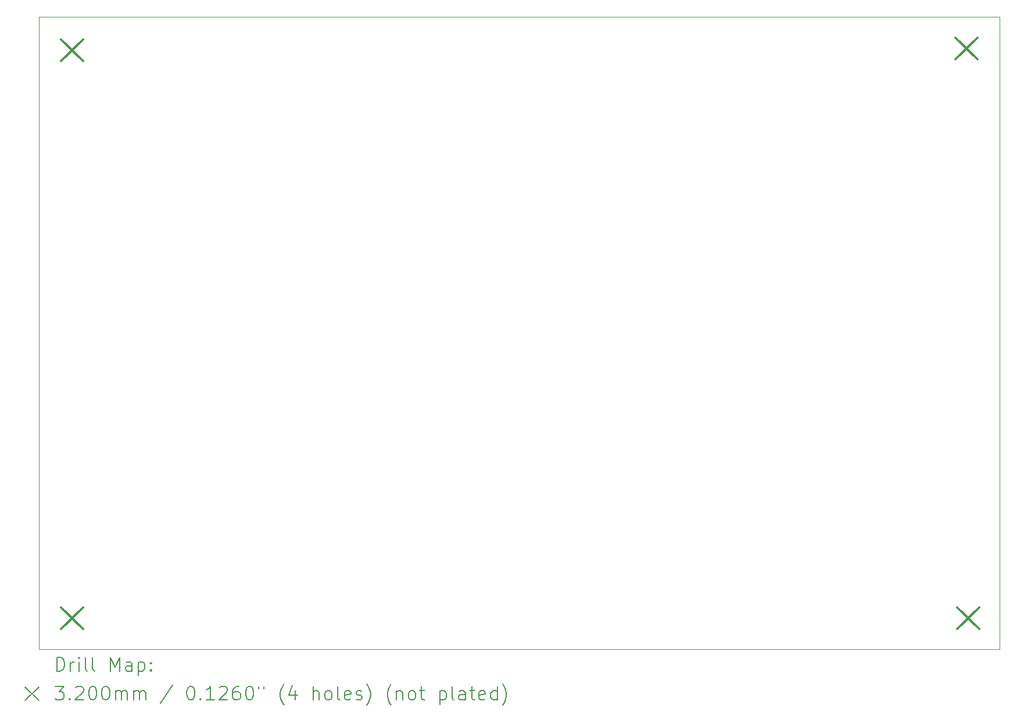
<source format=gbr>
%TF.GenerationSoftware,KiCad,Pcbnew,8.0.8*%
%TF.CreationDate,2025-03-09T17:06:29-04:00*%
%TF.ProjectId,PreAmpEQ,50726541-6d70-4455-912e-6b696361645f,1.1*%
%TF.SameCoordinates,Original*%
%TF.FileFunction,Drillmap*%
%TF.FilePolarity,Positive*%
%FSLAX45Y45*%
G04 Gerber Fmt 4.5, Leading zero omitted, Abs format (unit mm)*
G04 Created by KiCad (PCBNEW 8.0.8) date 2025-03-09 17:06:29*
%MOMM*%
%LPD*%
G01*
G04 APERTURE LIST*
%ADD10C,0.050000*%
%ADD11C,0.200000*%
%ADD12C,0.320000*%
G04 APERTURE END LIST*
D10*
X7975600Y-3962400D02*
X21971000Y-3962400D01*
X21971000Y-13182600D01*
X7975600Y-13182600D01*
X7975600Y-3962400D01*
D11*
D12*
X8298200Y-4285000D02*
X8618200Y-4605000D01*
X8618200Y-4285000D02*
X8298200Y-4605000D01*
X8298200Y-12565400D02*
X8618200Y-12885400D01*
X8618200Y-12565400D02*
X8298200Y-12885400D01*
X21328400Y-4259600D02*
X21648400Y-4579600D01*
X21648400Y-4259600D02*
X21328400Y-4579600D01*
X21353800Y-12565400D02*
X21673800Y-12885400D01*
X21673800Y-12565400D02*
X21353800Y-12885400D01*
D11*
X8233877Y-13496584D02*
X8233877Y-13296584D01*
X8233877Y-13296584D02*
X8281496Y-13296584D01*
X8281496Y-13296584D02*
X8310067Y-13306108D01*
X8310067Y-13306108D02*
X8329115Y-13325155D01*
X8329115Y-13325155D02*
X8338639Y-13344203D01*
X8338639Y-13344203D02*
X8348162Y-13382298D01*
X8348162Y-13382298D02*
X8348162Y-13410869D01*
X8348162Y-13410869D02*
X8338639Y-13448965D01*
X8338639Y-13448965D02*
X8329115Y-13468012D01*
X8329115Y-13468012D02*
X8310067Y-13487060D01*
X8310067Y-13487060D02*
X8281496Y-13496584D01*
X8281496Y-13496584D02*
X8233877Y-13496584D01*
X8433877Y-13496584D02*
X8433877Y-13363250D01*
X8433877Y-13401346D02*
X8443401Y-13382298D01*
X8443401Y-13382298D02*
X8452924Y-13372774D01*
X8452924Y-13372774D02*
X8471972Y-13363250D01*
X8471972Y-13363250D02*
X8491020Y-13363250D01*
X8557686Y-13496584D02*
X8557686Y-13363250D01*
X8557686Y-13296584D02*
X8548163Y-13306108D01*
X8548163Y-13306108D02*
X8557686Y-13315631D01*
X8557686Y-13315631D02*
X8567210Y-13306108D01*
X8567210Y-13306108D02*
X8557686Y-13296584D01*
X8557686Y-13296584D02*
X8557686Y-13315631D01*
X8681496Y-13496584D02*
X8662448Y-13487060D01*
X8662448Y-13487060D02*
X8652924Y-13468012D01*
X8652924Y-13468012D02*
X8652924Y-13296584D01*
X8786258Y-13496584D02*
X8767210Y-13487060D01*
X8767210Y-13487060D02*
X8757686Y-13468012D01*
X8757686Y-13468012D02*
X8757686Y-13296584D01*
X9014829Y-13496584D02*
X9014829Y-13296584D01*
X9014829Y-13296584D02*
X9081496Y-13439441D01*
X9081496Y-13439441D02*
X9148163Y-13296584D01*
X9148163Y-13296584D02*
X9148163Y-13496584D01*
X9329115Y-13496584D02*
X9329115Y-13391822D01*
X9329115Y-13391822D02*
X9319591Y-13372774D01*
X9319591Y-13372774D02*
X9300544Y-13363250D01*
X9300544Y-13363250D02*
X9262448Y-13363250D01*
X9262448Y-13363250D02*
X9243401Y-13372774D01*
X9329115Y-13487060D02*
X9310067Y-13496584D01*
X9310067Y-13496584D02*
X9262448Y-13496584D01*
X9262448Y-13496584D02*
X9243401Y-13487060D01*
X9243401Y-13487060D02*
X9233877Y-13468012D01*
X9233877Y-13468012D02*
X9233877Y-13448965D01*
X9233877Y-13448965D02*
X9243401Y-13429917D01*
X9243401Y-13429917D02*
X9262448Y-13420393D01*
X9262448Y-13420393D02*
X9310067Y-13420393D01*
X9310067Y-13420393D02*
X9329115Y-13410869D01*
X9424353Y-13363250D02*
X9424353Y-13563250D01*
X9424353Y-13372774D02*
X9443401Y-13363250D01*
X9443401Y-13363250D02*
X9481496Y-13363250D01*
X9481496Y-13363250D02*
X9500544Y-13372774D01*
X9500544Y-13372774D02*
X9510067Y-13382298D01*
X9510067Y-13382298D02*
X9519591Y-13401346D01*
X9519591Y-13401346D02*
X9519591Y-13458488D01*
X9519591Y-13458488D02*
X9510067Y-13477536D01*
X9510067Y-13477536D02*
X9500544Y-13487060D01*
X9500544Y-13487060D02*
X9481496Y-13496584D01*
X9481496Y-13496584D02*
X9443401Y-13496584D01*
X9443401Y-13496584D02*
X9424353Y-13487060D01*
X9605305Y-13477536D02*
X9614829Y-13487060D01*
X9614829Y-13487060D02*
X9605305Y-13496584D01*
X9605305Y-13496584D02*
X9595782Y-13487060D01*
X9595782Y-13487060D02*
X9605305Y-13477536D01*
X9605305Y-13477536D02*
X9605305Y-13496584D01*
X9605305Y-13372774D02*
X9614829Y-13382298D01*
X9614829Y-13382298D02*
X9605305Y-13391822D01*
X9605305Y-13391822D02*
X9595782Y-13382298D01*
X9595782Y-13382298D02*
X9605305Y-13372774D01*
X9605305Y-13372774D02*
X9605305Y-13391822D01*
X7773100Y-13725100D02*
X7973100Y-13925100D01*
X7973100Y-13725100D02*
X7773100Y-13925100D01*
X8214829Y-13716584D02*
X8338639Y-13716584D01*
X8338639Y-13716584D02*
X8271972Y-13792774D01*
X8271972Y-13792774D02*
X8300543Y-13792774D01*
X8300543Y-13792774D02*
X8319591Y-13802298D01*
X8319591Y-13802298D02*
X8329115Y-13811822D01*
X8329115Y-13811822D02*
X8338639Y-13830869D01*
X8338639Y-13830869D02*
X8338639Y-13878488D01*
X8338639Y-13878488D02*
X8329115Y-13897536D01*
X8329115Y-13897536D02*
X8319591Y-13907060D01*
X8319591Y-13907060D02*
X8300543Y-13916584D01*
X8300543Y-13916584D02*
X8243401Y-13916584D01*
X8243401Y-13916584D02*
X8224353Y-13907060D01*
X8224353Y-13907060D02*
X8214829Y-13897536D01*
X8424353Y-13897536D02*
X8433877Y-13907060D01*
X8433877Y-13907060D02*
X8424353Y-13916584D01*
X8424353Y-13916584D02*
X8414829Y-13907060D01*
X8414829Y-13907060D02*
X8424353Y-13897536D01*
X8424353Y-13897536D02*
X8424353Y-13916584D01*
X8510067Y-13735631D02*
X8519591Y-13726108D01*
X8519591Y-13726108D02*
X8538639Y-13716584D01*
X8538639Y-13716584D02*
X8586258Y-13716584D01*
X8586258Y-13716584D02*
X8605305Y-13726108D01*
X8605305Y-13726108D02*
X8614829Y-13735631D01*
X8614829Y-13735631D02*
X8624353Y-13754679D01*
X8624353Y-13754679D02*
X8624353Y-13773727D01*
X8624353Y-13773727D02*
X8614829Y-13802298D01*
X8614829Y-13802298D02*
X8500544Y-13916584D01*
X8500544Y-13916584D02*
X8624353Y-13916584D01*
X8748163Y-13716584D02*
X8767210Y-13716584D01*
X8767210Y-13716584D02*
X8786258Y-13726108D01*
X8786258Y-13726108D02*
X8795782Y-13735631D01*
X8795782Y-13735631D02*
X8805305Y-13754679D01*
X8805305Y-13754679D02*
X8814829Y-13792774D01*
X8814829Y-13792774D02*
X8814829Y-13840393D01*
X8814829Y-13840393D02*
X8805305Y-13878488D01*
X8805305Y-13878488D02*
X8795782Y-13897536D01*
X8795782Y-13897536D02*
X8786258Y-13907060D01*
X8786258Y-13907060D02*
X8767210Y-13916584D01*
X8767210Y-13916584D02*
X8748163Y-13916584D01*
X8748163Y-13916584D02*
X8729115Y-13907060D01*
X8729115Y-13907060D02*
X8719591Y-13897536D01*
X8719591Y-13897536D02*
X8710067Y-13878488D01*
X8710067Y-13878488D02*
X8700544Y-13840393D01*
X8700544Y-13840393D02*
X8700544Y-13792774D01*
X8700544Y-13792774D02*
X8710067Y-13754679D01*
X8710067Y-13754679D02*
X8719591Y-13735631D01*
X8719591Y-13735631D02*
X8729115Y-13726108D01*
X8729115Y-13726108D02*
X8748163Y-13716584D01*
X8938639Y-13716584D02*
X8957686Y-13716584D01*
X8957686Y-13716584D02*
X8976734Y-13726108D01*
X8976734Y-13726108D02*
X8986258Y-13735631D01*
X8986258Y-13735631D02*
X8995782Y-13754679D01*
X8995782Y-13754679D02*
X9005305Y-13792774D01*
X9005305Y-13792774D02*
X9005305Y-13840393D01*
X9005305Y-13840393D02*
X8995782Y-13878488D01*
X8995782Y-13878488D02*
X8986258Y-13897536D01*
X8986258Y-13897536D02*
X8976734Y-13907060D01*
X8976734Y-13907060D02*
X8957686Y-13916584D01*
X8957686Y-13916584D02*
X8938639Y-13916584D01*
X8938639Y-13916584D02*
X8919591Y-13907060D01*
X8919591Y-13907060D02*
X8910067Y-13897536D01*
X8910067Y-13897536D02*
X8900544Y-13878488D01*
X8900544Y-13878488D02*
X8891020Y-13840393D01*
X8891020Y-13840393D02*
X8891020Y-13792774D01*
X8891020Y-13792774D02*
X8900544Y-13754679D01*
X8900544Y-13754679D02*
X8910067Y-13735631D01*
X8910067Y-13735631D02*
X8919591Y-13726108D01*
X8919591Y-13726108D02*
X8938639Y-13716584D01*
X9091020Y-13916584D02*
X9091020Y-13783250D01*
X9091020Y-13802298D02*
X9100544Y-13792774D01*
X9100544Y-13792774D02*
X9119591Y-13783250D01*
X9119591Y-13783250D02*
X9148163Y-13783250D01*
X9148163Y-13783250D02*
X9167210Y-13792774D01*
X9167210Y-13792774D02*
X9176734Y-13811822D01*
X9176734Y-13811822D02*
X9176734Y-13916584D01*
X9176734Y-13811822D02*
X9186258Y-13792774D01*
X9186258Y-13792774D02*
X9205305Y-13783250D01*
X9205305Y-13783250D02*
X9233877Y-13783250D01*
X9233877Y-13783250D02*
X9252925Y-13792774D01*
X9252925Y-13792774D02*
X9262448Y-13811822D01*
X9262448Y-13811822D02*
X9262448Y-13916584D01*
X9357686Y-13916584D02*
X9357686Y-13783250D01*
X9357686Y-13802298D02*
X9367210Y-13792774D01*
X9367210Y-13792774D02*
X9386258Y-13783250D01*
X9386258Y-13783250D02*
X9414829Y-13783250D01*
X9414829Y-13783250D02*
X9433877Y-13792774D01*
X9433877Y-13792774D02*
X9443401Y-13811822D01*
X9443401Y-13811822D02*
X9443401Y-13916584D01*
X9443401Y-13811822D02*
X9452925Y-13792774D01*
X9452925Y-13792774D02*
X9471972Y-13783250D01*
X9471972Y-13783250D02*
X9500544Y-13783250D01*
X9500544Y-13783250D02*
X9519591Y-13792774D01*
X9519591Y-13792774D02*
X9529115Y-13811822D01*
X9529115Y-13811822D02*
X9529115Y-13916584D01*
X9919591Y-13707060D02*
X9748163Y-13964203D01*
X10176734Y-13716584D02*
X10195782Y-13716584D01*
X10195782Y-13716584D02*
X10214829Y-13726108D01*
X10214829Y-13726108D02*
X10224353Y-13735631D01*
X10224353Y-13735631D02*
X10233877Y-13754679D01*
X10233877Y-13754679D02*
X10243401Y-13792774D01*
X10243401Y-13792774D02*
X10243401Y-13840393D01*
X10243401Y-13840393D02*
X10233877Y-13878488D01*
X10233877Y-13878488D02*
X10224353Y-13897536D01*
X10224353Y-13897536D02*
X10214829Y-13907060D01*
X10214829Y-13907060D02*
X10195782Y-13916584D01*
X10195782Y-13916584D02*
X10176734Y-13916584D01*
X10176734Y-13916584D02*
X10157687Y-13907060D01*
X10157687Y-13907060D02*
X10148163Y-13897536D01*
X10148163Y-13897536D02*
X10138639Y-13878488D01*
X10138639Y-13878488D02*
X10129115Y-13840393D01*
X10129115Y-13840393D02*
X10129115Y-13792774D01*
X10129115Y-13792774D02*
X10138639Y-13754679D01*
X10138639Y-13754679D02*
X10148163Y-13735631D01*
X10148163Y-13735631D02*
X10157687Y-13726108D01*
X10157687Y-13726108D02*
X10176734Y-13716584D01*
X10329115Y-13897536D02*
X10338639Y-13907060D01*
X10338639Y-13907060D02*
X10329115Y-13916584D01*
X10329115Y-13916584D02*
X10319591Y-13907060D01*
X10319591Y-13907060D02*
X10329115Y-13897536D01*
X10329115Y-13897536D02*
X10329115Y-13916584D01*
X10529115Y-13916584D02*
X10414829Y-13916584D01*
X10471972Y-13916584D02*
X10471972Y-13716584D01*
X10471972Y-13716584D02*
X10452925Y-13745155D01*
X10452925Y-13745155D02*
X10433877Y-13764203D01*
X10433877Y-13764203D02*
X10414829Y-13773727D01*
X10605306Y-13735631D02*
X10614829Y-13726108D01*
X10614829Y-13726108D02*
X10633877Y-13716584D01*
X10633877Y-13716584D02*
X10681496Y-13716584D01*
X10681496Y-13716584D02*
X10700544Y-13726108D01*
X10700544Y-13726108D02*
X10710068Y-13735631D01*
X10710068Y-13735631D02*
X10719591Y-13754679D01*
X10719591Y-13754679D02*
X10719591Y-13773727D01*
X10719591Y-13773727D02*
X10710068Y-13802298D01*
X10710068Y-13802298D02*
X10595782Y-13916584D01*
X10595782Y-13916584D02*
X10719591Y-13916584D01*
X10891020Y-13716584D02*
X10852925Y-13716584D01*
X10852925Y-13716584D02*
X10833877Y-13726108D01*
X10833877Y-13726108D02*
X10824353Y-13735631D01*
X10824353Y-13735631D02*
X10805306Y-13764203D01*
X10805306Y-13764203D02*
X10795782Y-13802298D01*
X10795782Y-13802298D02*
X10795782Y-13878488D01*
X10795782Y-13878488D02*
X10805306Y-13897536D01*
X10805306Y-13897536D02*
X10814829Y-13907060D01*
X10814829Y-13907060D02*
X10833877Y-13916584D01*
X10833877Y-13916584D02*
X10871972Y-13916584D01*
X10871972Y-13916584D02*
X10891020Y-13907060D01*
X10891020Y-13907060D02*
X10900544Y-13897536D01*
X10900544Y-13897536D02*
X10910068Y-13878488D01*
X10910068Y-13878488D02*
X10910068Y-13830869D01*
X10910068Y-13830869D02*
X10900544Y-13811822D01*
X10900544Y-13811822D02*
X10891020Y-13802298D01*
X10891020Y-13802298D02*
X10871972Y-13792774D01*
X10871972Y-13792774D02*
X10833877Y-13792774D01*
X10833877Y-13792774D02*
X10814829Y-13802298D01*
X10814829Y-13802298D02*
X10805306Y-13811822D01*
X10805306Y-13811822D02*
X10795782Y-13830869D01*
X11033877Y-13716584D02*
X11052925Y-13716584D01*
X11052925Y-13716584D02*
X11071972Y-13726108D01*
X11071972Y-13726108D02*
X11081496Y-13735631D01*
X11081496Y-13735631D02*
X11091020Y-13754679D01*
X11091020Y-13754679D02*
X11100544Y-13792774D01*
X11100544Y-13792774D02*
X11100544Y-13840393D01*
X11100544Y-13840393D02*
X11091020Y-13878488D01*
X11091020Y-13878488D02*
X11081496Y-13897536D01*
X11081496Y-13897536D02*
X11071972Y-13907060D01*
X11071972Y-13907060D02*
X11052925Y-13916584D01*
X11052925Y-13916584D02*
X11033877Y-13916584D01*
X11033877Y-13916584D02*
X11014829Y-13907060D01*
X11014829Y-13907060D02*
X11005306Y-13897536D01*
X11005306Y-13897536D02*
X10995782Y-13878488D01*
X10995782Y-13878488D02*
X10986258Y-13840393D01*
X10986258Y-13840393D02*
X10986258Y-13792774D01*
X10986258Y-13792774D02*
X10995782Y-13754679D01*
X10995782Y-13754679D02*
X11005306Y-13735631D01*
X11005306Y-13735631D02*
X11014829Y-13726108D01*
X11014829Y-13726108D02*
X11033877Y-13716584D01*
X11176734Y-13716584D02*
X11176734Y-13754679D01*
X11252925Y-13716584D02*
X11252925Y-13754679D01*
X11548163Y-13992774D02*
X11538639Y-13983250D01*
X11538639Y-13983250D02*
X11519591Y-13954679D01*
X11519591Y-13954679D02*
X11510068Y-13935631D01*
X11510068Y-13935631D02*
X11500544Y-13907060D01*
X11500544Y-13907060D02*
X11491020Y-13859441D01*
X11491020Y-13859441D02*
X11491020Y-13821346D01*
X11491020Y-13821346D02*
X11500544Y-13773727D01*
X11500544Y-13773727D02*
X11510068Y-13745155D01*
X11510068Y-13745155D02*
X11519591Y-13726108D01*
X11519591Y-13726108D02*
X11538639Y-13697536D01*
X11538639Y-13697536D02*
X11548163Y-13688012D01*
X11710068Y-13783250D02*
X11710068Y-13916584D01*
X11662448Y-13707060D02*
X11614829Y-13849917D01*
X11614829Y-13849917D02*
X11738639Y-13849917D01*
X11967210Y-13916584D02*
X11967210Y-13716584D01*
X12052925Y-13916584D02*
X12052925Y-13811822D01*
X12052925Y-13811822D02*
X12043401Y-13792774D01*
X12043401Y-13792774D02*
X12024353Y-13783250D01*
X12024353Y-13783250D02*
X11995782Y-13783250D01*
X11995782Y-13783250D02*
X11976734Y-13792774D01*
X11976734Y-13792774D02*
X11967210Y-13802298D01*
X12176734Y-13916584D02*
X12157687Y-13907060D01*
X12157687Y-13907060D02*
X12148163Y-13897536D01*
X12148163Y-13897536D02*
X12138639Y-13878488D01*
X12138639Y-13878488D02*
X12138639Y-13821346D01*
X12138639Y-13821346D02*
X12148163Y-13802298D01*
X12148163Y-13802298D02*
X12157687Y-13792774D01*
X12157687Y-13792774D02*
X12176734Y-13783250D01*
X12176734Y-13783250D02*
X12205306Y-13783250D01*
X12205306Y-13783250D02*
X12224353Y-13792774D01*
X12224353Y-13792774D02*
X12233877Y-13802298D01*
X12233877Y-13802298D02*
X12243401Y-13821346D01*
X12243401Y-13821346D02*
X12243401Y-13878488D01*
X12243401Y-13878488D02*
X12233877Y-13897536D01*
X12233877Y-13897536D02*
X12224353Y-13907060D01*
X12224353Y-13907060D02*
X12205306Y-13916584D01*
X12205306Y-13916584D02*
X12176734Y-13916584D01*
X12357687Y-13916584D02*
X12338639Y-13907060D01*
X12338639Y-13907060D02*
X12329115Y-13888012D01*
X12329115Y-13888012D02*
X12329115Y-13716584D01*
X12510068Y-13907060D02*
X12491020Y-13916584D01*
X12491020Y-13916584D02*
X12452925Y-13916584D01*
X12452925Y-13916584D02*
X12433877Y-13907060D01*
X12433877Y-13907060D02*
X12424353Y-13888012D01*
X12424353Y-13888012D02*
X12424353Y-13811822D01*
X12424353Y-13811822D02*
X12433877Y-13792774D01*
X12433877Y-13792774D02*
X12452925Y-13783250D01*
X12452925Y-13783250D02*
X12491020Y-13783250D01*
X12491020Y-13783250D02*
X12510068Y-13792774D01*
X12510068Y-13792774D02*
X12519591Y-13811822D01*
X12519591Y-13811822D02*
X12519591Y-13830869D01*
X12519591Y-13830869D02*
X12424353Y-13849917D01*
X12595782Y-13907060D02*
X12614830Y-13916584D01*
X12614830Y-13916584D02*
X12652925Y-13916584D01*
X12652925Y-13916584D02*
X12671972Y-13907060D01*
X12671972Y-13907060D02*
X12681496Y-13888012D01*
X12681496Y-13888012D02*
X12681496Y-13878488D01*
X12681496Y-13878488D02*
X12671972Y-13859441D01*
X12671972Y-13859441D02*
X12652925Y-13849917D01*
X12652925Y-13849917D02*
X12624353Y-13849917D01*
X12624353Y-13849917D02*
X12605306Y-13840393D01*
X12605306Y-13840393D02*
X12595782Y-13821346D01*
X12595782Y-13821346D02*
X12595782Y-13811822D01*
X12595782Y-13811822D02*
X12605306Y-13792774D01*
X12605306Y-13792774D02*
X12624353Y-13783250D01*
X12624353Y-13783250D02*
X12652925Y-13783250D01*
X12652925Y-13783250D02*
X12671972Y-13792774D01*
X12748163Y-13992774D02*
X12757687Y-13983250D01*
X12757687Y-13983250D02*
X12776734Y-13954679D01*
X12776734Y-13954679D02*
X12786258Y-13935631D01*
X12786258Y-13935631D02*
X12795782Y-13907060D01*
X12795782Y-13907060D02*
X12805306Y-13859441D01*
X12805306Y-13859441D02*
X12805306Y-13821346D01*
X12805306Y-13821346D02*
X12795782Y-13773727D01*
X12795782Y-13773727D02*
X12786258Y-13745155D01*
X12786258Y-13745155D02*
X12776734Y-13726108D01*
X12776734Y-13726108D02*
X12757687Y-13697536D01*
X12757687Y-13697536D02*
X12748163Y-13688012D01*
X13110068Y-13992774D02*
X13100544Y-13983250D01*
X13100544Y-13983250D02*
X13081496Y-13954679D01*
X13081496Y-13954679D02*
X13071972Y-13935631D01*
X13071972Y-13935631D02*
X13062449Y-13907060D01*
X13062449Y-13907060D02*
X13052925Y-13859441D01*
X13052925Y-13859441D02*
X13052925Y-13821346D01*
X13052925Y-13821346D02*
X13062449Y-13773727D01*
X13062449Y-13773727D02*
X13071972Y-13745155D01*
X13071972Y-13745155D02*
X13081496Y-13726108D01*
X13081496Y-13726108D02*
X13100544Y-13697536D01*
X13100544Y-13697536D02*
X13110068Y-13688012D01*
X13186258Y-13783250D02*
X13186258Y-13916584D01*
X13186258Y-13802298D02*
X13195782Y-13792774D01*
X13195782Y-13792774D02*
X13214830Y-13783250D01*
X13214830Y-13783250D02*
X13243401Y-13783250D01*
X13243401Y-13783250D02*
X13262449Y-13792774D01*
X13262449Y-13792774D02*
X13271972Y-13811822D01*
X13271972Y-13811822D02*
X13271972Y-13916584D01*
X13395782Y-13916584D02*
X13376734Y-13907060D01*
X13376734Y-13907060D02*
X13367211Y-13897536D01*
X13367211Y-13897536D02*
X13357687Y-13878488D01*
X13357687Y-13878488D02*
X13357687Y-13821346D01*
X13357687Y-13821346D02*
X13367211Y-13802298D01*
X13367211Y-13802298D02*
X13376734Y-13792774D01*
X13376734Y-13792774D02*
X13395782Y-13783250D01*
X13395782Y-13783250D02*
X13424353Y-13783250D01*
X13424353Y-13783250D02*
X13443401Y-13792774D01*
X13443401Y-13792774D02*
X13452925Y-13802298D01*
X13452925Y-13802298D02*
X13462449Y-13821346D01*
X13462449Y-13821346D02*
X13462449Y-13878488D01*
X13462449Y-13878488D02*
X13452925Y-13897536D01*
X13452925Y-13897536D02*
X13443401Y-13907060D01*
X13443401Y-13907060D02*
X13424353Y-13916584D01*
X13424353Y-13916584D02*
X13395782Y-13916584D01*
X13519592Y-13783250D02*
X13595782Y-13783250D01*
X13548163Y-13716584D02*
X13548163Y-13888012D01*
X13548163Y-13888012D02*
X13557687Y-13907060D01*
X13557687Y-13907060D02*
X13576734Y-13916584D01*
X13576734Y-13916584D02*
X13595782Y-13916584D01*
X13814830Y-13783250D02*
X13814830Y-13983250D01*
X13814830Y-13792774D02*
X13833877Y-13783250D01*
X13833877Y-13783250D02*
X13871973Y-13783250D01*
X13871973Y-13783250D02*
X13891020Y-13792774D01*
X13891020Y-13792774D02*
X13900544Y-13802298D01*
X13900544Y-13802298D02*
X13910068Y-13821346D01*
X13910068Y-13821346D02*
X13910068Y-13878488D01*
X13910068Y-13878488D02*
X13900544Y-13897536D01*
X13900544Y-13897536D02*
X13891020Y-13907060D01*
X13891020Y-13907060D02*
X13871973Y-13916584D01*
X13871973Y-13916584D02*
X13833877Y-13916584D01*
X13833877Y-13916584D02*
X13814830Y-13907060D01*
X14024353Y-13916584D02*
X14005306Y-13907060D01*
X14005306Y-13907060D02*
X13995782Y-13888012D01*
X13995782Y-13888012D02*
X13995782Y-13716584D01*
X14186258Y-13916584D02*
X14186258Y-13811822D01*
X14186258Y-13811822D02*
X14176734Y-13792774D01*
X14176734Y-13792774D02*
X14157687Y-13783250D01*
X14157687Y-13783250D02*
X14119592Y-13783250D01*
X14119592Y-13783250D02*
X14100544Y-13792774D01*
X14186258Y-13907060D02*
X14167211Y-13916584D01*
X14167211Y-13916584D02*
X14119592Y-13916584D01*
X14119592Y-13916584D02*
X14100544Y-13907060D01*
X14100544Y-13907060D02*
X14091020Y-13888012D01*
X14091020Y-13888012D02*
X14091020Y-13868965D01*
X14091020Y-13868965D02*
X14100544Y-13849917D01*
X14100544Y-13849917D02*
X14119592Y-13840393D01*
X14119592Y-13840393D02*
X14167211Y-13840393D01*
X14167211Y-13840393D02*
X14186258Y-13830869D01*
X14252925Y-13783250D02*
X14329115Y-13783250D01*
X14281496Y-13716584D02*
X14281496Y-13888012D01*
X14281496Y-13888012D02*
X14291020Y-13907060D01*
X14291020Y-13907060D02*
X14310068Y-13916584D01*
X14310068Y-13916584D02*
X14329115Y-13916584D01*
X14471973Y-13907060D02*
X14452925Y-13916584D01*
X14452925Y-13916584D02*
X14414830Y-13916584D01*
X14414830Y-13916584D02*
X14395782Y-13907060D01*
X14395782Y-13907060D02*
X14386258Y-13888012D01*
X14386258Y-13888012D02*
X14386258Y-13811822D01*
X14386258Y-13811822D02*
X14395782Y-13792774D01*
X14395782Y-13792774D02*
X14414830Y-13783250D01*
X14414830Y-13783250D02*
X14452925Y-13783250D01*
X14452925Y-13783250D02*
X14471973Y-13792774D01*
X14471973Y-13792774D02*
X14481496Y-13811822D01*
X14481496Y-13811822D02*
X14481496Y-13830869D01*
X14481496Y-13830869D02*
X14386258Y-13849917D01*
X14652925Y-13916584D02*
X14652925Y-13716584D01*
X14652925Y-13907060D02*
X14633877Y-13916584D01*
X14633877Y-13916584D02*
X14595782Y-13916584D01*
X14595782Y-13916584D02*
X14576734Y-13907060D01*
X14576734Y-13907060D02*
X14567211Y-13897536D01*
X14567211Y-13897536D02*
X14557687Y-13878488D01*
X14557687Y-13878488D02*
X14557687Y-13821346D01*
X14557687Y-13821346D02*
X14567211Y-13802298D01*
X14567211Y-13802298D02*
X14576734Y-13792774D01*
X14576734Y-13792774D02*
X14595782Y-13783250D01*
X14595782Y-13783250D02*
X14633877Y-13783250D01*
X14633877Y-13783250D02*
X14652925Y-13792774D01*
X14729115Y-13992774D02*
X14738639Y-13983250D01*
X14738639Y-13983250D02*
X14757687Y-13954679D01*
X14757687Y-13954679D02*
X14767211Y-13935631D01*
X14767211Y-13935631D02*
X14776734Y-13907060D01*
X14776734Y-13907060D02*
X14786258Y-13859441D01*
X14786258Y-13859441D02*
X14786258Y-13821346D01*
X14786258Y-13821346D02*
X14776734Y-13773727D01*
X14776734Y-13773727D02*
X14767211Y-13745155D01*
X14767211Y-13745155D02*
X14757687Y-13726108D01*
X14757687Y-13726108D02*
X14738639Y-13697536D01*
X14738639Y-13697536D02*
X14729115Y-13688012D01*
M02*

</source>
